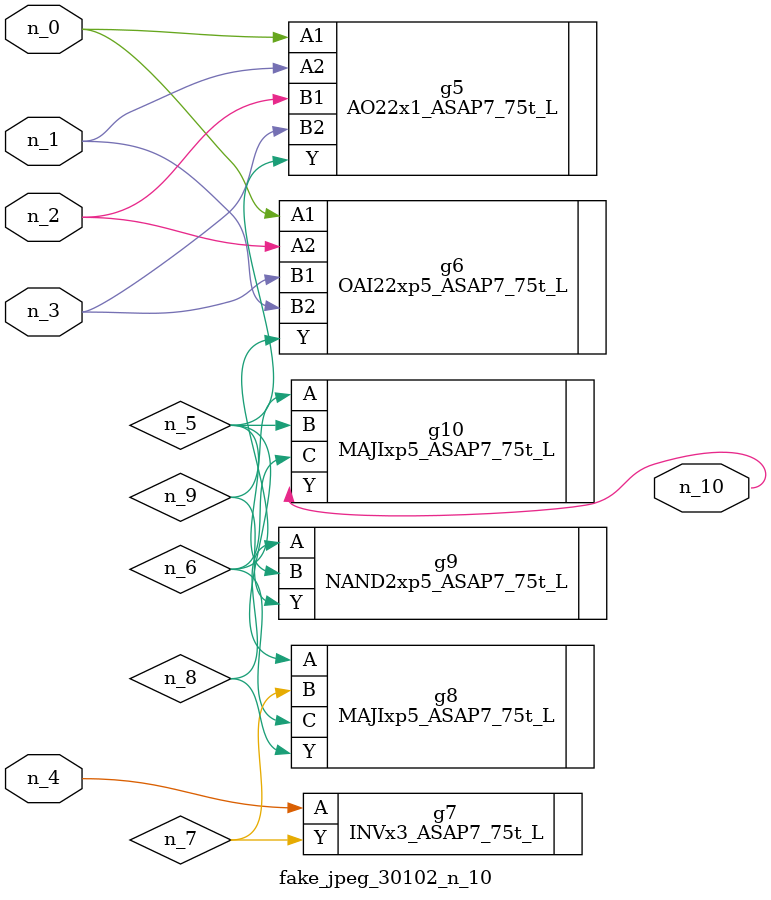
<source format=v>
module fake_jpeg_30102_n_10 (n_3, n_2, n_1, n_0, n_4, n_10);

input n_3;
input n_2;
input n_1;
input n_0;
input n_4;

output n_10;

wire n_8;
wire n_9;
wire n_6;
wire n_5;
wire n_7;

AO22x1_ASAP7_75t_L g5 ( 
.A1(n_0),
.A2(n_1),
.B1(n_2),
.B2(n_3),
.Y(n_5)
);

OAI22xp5_ASAP7_75t_L g6 ( 
.A1(n_0),
.A2(n_2),
.B1(n_3),
.B2(n_1),
.Y(n_6)
);

INVx3_ASAP7_75t_L g7 ( 
.A(n_4),
.Y(n_7)
);

MAJIxp5_ASAP7_75t_L g8 ( 
.A(n_5),
.B(n_7),
.C(n_6),
.Y(n_8)
);

NAND2xp5_ASAP7_75t_L g9 ( 
.A(n_8),
.B(n_5),
.Y(n_9)
);

MAJIxp5_ASAP7_75t_L g10 ( 
.A(n_9),
.B(n_5),
.C(n_6),
.Y(n_10)
);


endmodule
</source>
